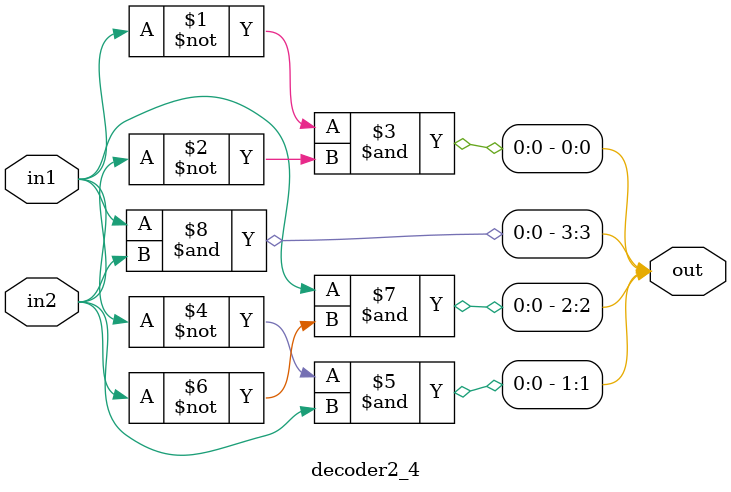
<source format=v>
module decoder2_4(in1, in2, out);
	input	in1, in2;
	output	[3:0]out;
	
	assign out[0] = ~in1 & ~in2;
	assign out[1] = ~in1 & in2;
	assign out[2] = in1 & ~in2;
	assign out[3] = in1 & in2;
endmodule

</source>
